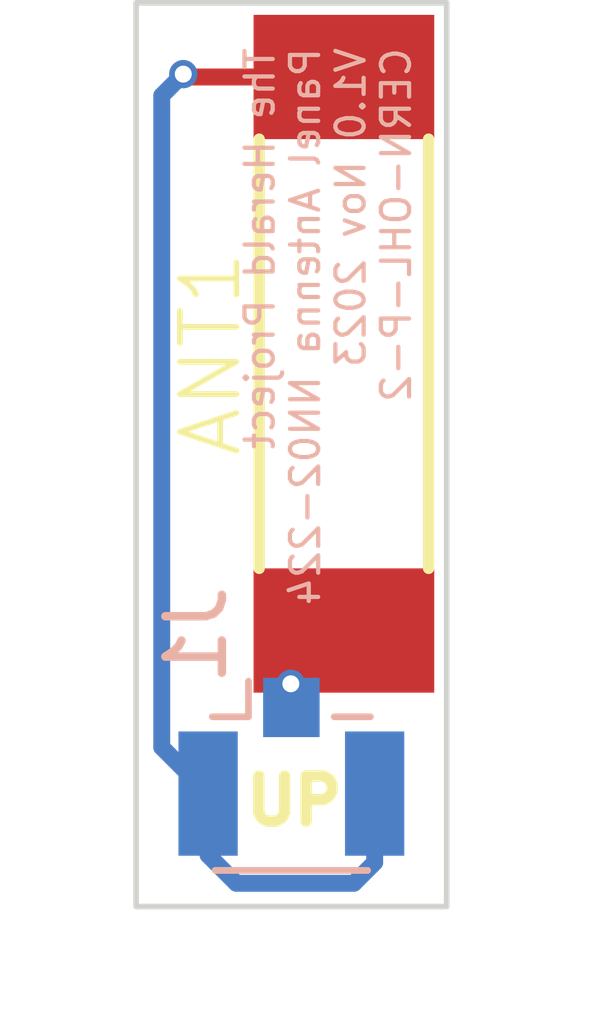
<source format=kicad_pcb>
(kicad_pcb (version 20221018) (generator pcbnew)
  (layers (0 "F.Cu" signal) (31 "B.Cu" signal) (34 "B.Paste" user) (35 "F.Paste" user) (36 "B.SilkS" user "B.Silkscreen") (37 "F.SilkS" user "F.Silkscreen") (38 "B.Mask" user) (39 "F.Mask" user) (44 "Edge.Cuts" user))
  (net 0 "")
  (net 1 "Net-(J1-In)")
  (net 2 "GND")
  (footprint "Herald:NN02-224" (layer "F.Cu") (at 133.6802 96.213 90)
    (fp_text reference "ANT1" (at 0 -2.3622 90 unlocked) (layer "F.SilkS") (effects (font (thickness 0.1))))
    (fp_text value "~")
    (fp_line (start -3.8 -1.5) (end 3.8 -1.5) (stroke (width 0.2)) (layer "F.SilkS"))
    (fp_line (start -3.8 1.5) (end 3.8 1.5) (stroke (width 0.2)) (layer "F.SilkS"))
    (pad "1" smd rect (at -4.9 0 90) (size 2.2 3.2) (layers "F.Cu" "F.Paste" "F.Mask") (net 1 "Net-(J1-In)"))
    (pad "2" smd rect (at 4.9 0 90) (size 2.2 3.2) (layers "F.Cu" "F.Paste" "F.Mask") (net 2 "GND"))
  )
  (footprint "Connector_Coaxial:U.FL_Hirose_U.FL-R-SMT-1_Vertical" (layer "B.Cu") (at 132.75 103.525 -90)
    (fp_text reference "J1" (at -2.3314 1.686 -270) (layer "B.SilkS") (effects (justify mirror)))
    (fp_text value "Conn_Coaxial")
    (fp_line (start -0.885 -1.4) (end -0.885 -0.76) (stroke (width 0.12)) (layer "B.SilkS"))
    (fp_line (start -0.885 0.76) (end -1.515 0.76) (stroke (width 0.12)) (layer "B.SilkS"))
    (fp_line (start -0.885 1.4) (end -0.885 0.76) (stroke (width 0.12)) (layer "B.SilkS"))
    (fp_line (start 1.835 1.35) (end 1.835 -1.35) (stroke (width 0.12)) (layer "B.SilkS"))
    (pad "1" smd rect (at -1.05 0 270) (size 1.05 1) (layers "B.Cu" "B.Paste" "B.Mask") (net 1 "Net-(J1-In)"))
    (pad "2" smd rect (at 0.475 -1.475 270) (size 2.2 1.05) (layers "B.Cu" "B.Paste" "B.Mask") (net 2 "GND"))
    (pad "2" smd rect (at 0.475 1.475 270) (size 2.2 1.05) (layers "B.Cu" "B.Paste" "B.Mask") (net 2 "GND"))
  )
  (gr_rect (start 130 90) (end 135.5 106) (stroke (width 0.1)) (fill none) (layer "Edge.Cuts"))
  (gr_text "The Herald Project\nPanel Antenna NN02-224\nV1.0 Nov 2023\nCERN-OHL-P-2" (at 134.8994 90.7542 90) (layer "B.SilkS") (effects (font (size 0.5 0.5) (thickness 0.075) bold) (justify left bottom mirror)))
  (gr_text "UP" (at 131.8514 104.5972) (layer "F.SilkS") (effects (font (size 0.8 0.8) (thickness 0.2) bold) (justify left bottom)))
  (via (at 132.7404 102.0556) (size 0.5) (drill 0.3) (layers "F.Cu" "B.Cu") (net 1))
  (segment (start 130.8862 91.313) (end 133.6802 91.313) (width 0.3) (layer "F.Cu") (net 2))
  (segment (start 130.8354 91.2622) (end 130.8862 91.313) (width 0.3) (layer "F.Cu") (net 2))
  (via (at 130.8354 91.2622) (size 0.5) (drill 0.3) (layers "F.Cu" "B.Cu") (net 2))
  (segment (start 133.858 105.5878) (end 131.7752 105.5878) (width 0.3) (layer "B.Cu") (net 2))
  (segment (start 134.225 105.2208) (end 133.858 105.5878) (width 0.3) (layer "B.Cu") (net 2))
  (segment (start 134.225 104) (end 134.225 105.2208) (width 0.3) (layer "B.Cu") (net 2))
  (segment (start 130.8354 91.2622) (end 130.4544 91.6432) (width 0.3) (layer "B.Cu") (net 2))
  (segment (start 130.4544 103.1794) (end 131.275 104) (width 0.3) (layer "B.Cu") (net 2))
  (segment (start 130.4544 91.6432) (end 130.4544 103.1794) (width 0.3) (layer "B.Cu") (net 2))
  (segment (start 131.275 105.0876) (end 131.275 104) (width 0.3) (layer "B.Cu") (net 2))
  (segment (start 131.7752 105.5878) (end 131.275 105.0876) (width 0.3) (layer "B.Cu") (net 2))
)
</source>
